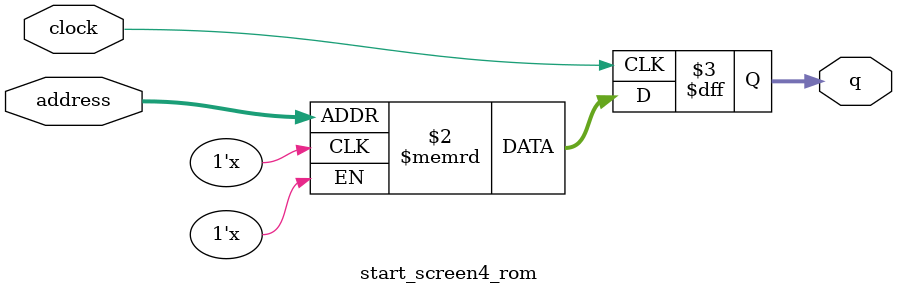
<source format=sv>
module start_screen4_rom (
	input logic clock,
	input logic [14:0] address,
	output logic [3:0] q
);

logic [3:0] memory [0:19199] /* synthesis ram_init_file = "./start_screen4/start_screen4.COE" */;

always_ff @ (posedge clock) begin
	q <= memory[address];
end

endmodule

</source>
